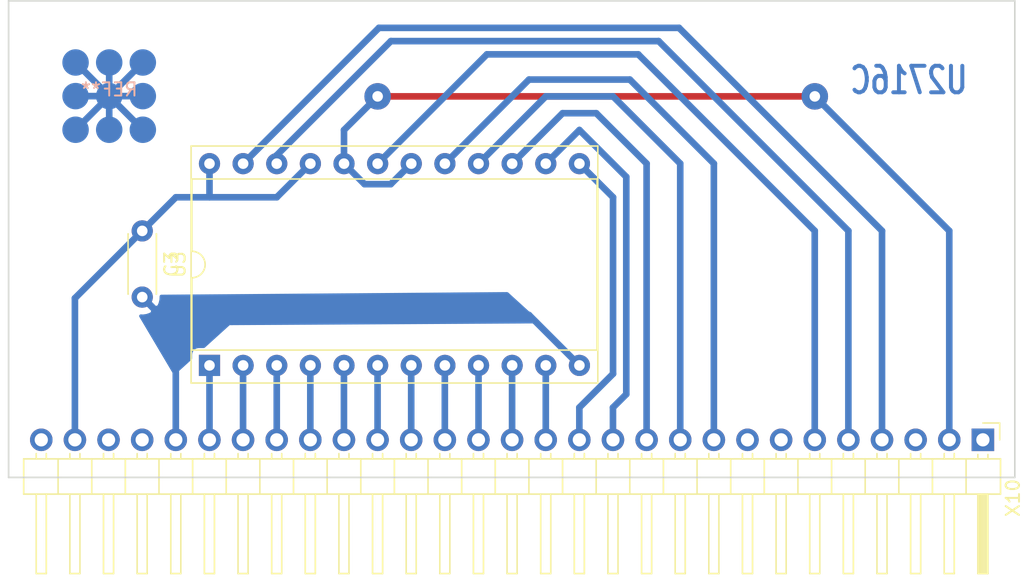
<source format=kicad_pcb>
(kicad_pcb (version 20171130) (host pcbnew 5.1.10)

  (general
    (thickness 1.6)
    (drawings 5)
    (tracks 77)
    (zones 0)
    (modules 4)
    (nets 30)
  )

  (page A4)
  (title_block
    (title "Speichermodul Video-RAM")
    (date 30.11.21)
    (rev 1)
    (company Jugend+Technik)
    (comment 1 Bert)
  )

  (layers
    (0 F.Cu signal)
    (31 B.Cu signal)
    (32 B.Adhes user)
    (33 F.Adhes user)
    (34 B.Paste user)
    (35 F.Paste user)
    (36 B.SilkS user)
    (37 F.SilkS user)
    (38 B.Mask user)
    (39 F.Mask user)
    (40 Dwgs.User user)
    (41 Cmts.User user)
    (42 Eco1.User user)
    (43 Eco2.User user)
    (44 Edge.Cuts user)
    (45 Margin user)
    (46 B.CrtYd user)
    (47 F.CrtYd user)
    (48 B.Fab user)
    (49 F.Fab user)
  )

  (setup
    (last_trace_width 0.5)
    (trace_clearance 0.5)
    (zone_clearance 0.508)
    (zone_45_only no)
    (trace_min 0.2)
    (via_size 2)
    (via_drill 0.8)
    (via_min_size 0.4)
    (via_min_drill 0.3)
    (uvia_size 0.3)
    (uvia_drill 0.1)
    (uvias_allowed no)
    (uvia_min_size 0.2)
    (uvia_min_drill 0.1)
    (edge_width 0.12)
    (segment_width 0.12)
    (pcb_text_width 0.3)
    (pcb_text_size 1.5 1.5)
    (mod_edge_width 0.12)
    (mod_text_size 1 1)
    (mod_text_width 0.15)
    (pad_size 1.524 1.524)
    (pad_drill 0.762)
    (pad_to_mask_clearance 0)
    (aux_axis_origin 0 0)
    (visible_elements FFFFFF7F)
    (pcbplotparams
      (layerselection 0x01000_fffffffe)
      (usegerberextensions false)
      (usegerberattributes true)
      (usegerberadvancedattributes true)
      (creategerberjobfile false)
      (excludeedgelayer true)
      (linewidth 0.100000)
      (plotframeref false)
      (viasonmask false)
      (mode 1)
      (useauxorigin false)
      (hpglpennumber 1)
      (hpglpenspeed 20)
      (hpglpendiameter 15.000000)
      (psnegative false)
      (psa4output false)
      (plotreference true)
      (plotvalue true)
      (plotinvisibletext false)
      (padsonsilk false)
      (subtractmaskfromsilk false)
      (outputformat 1)
      (mirror false)
      (drillshape 0)
      (scaleselection 1)
      (outputdirectory "output_gerber"))
  )

  (net 0 "")
  (net 1 GND)
  (net 2 +5P)
  (net 3 /A8)
  (net 4 /D2)
  (net 5 /A9)
  (net 6 /D1)
  (net 7 /D0)
  (net 8 /A0)
  (net 9 /A10)
  (net 10 /A1)
  (net 11 /A2)
  (net 12 /D7)
  (net 13 /A3)
  (net 14 /D6)
  (net 15 /A4)
  (net 16 /D5)
  (net 17 /A5)
  (net 18 /D4)
  (net 19 /A6)
  (net 20 /D3)
  (net 21 /A7)
  (net 22 "Net-(X10-Pad29)")
  (net 23 /~CSB)
  (net 24 "Net-(X10-Pad27)")
  (net 25 "Net-(X10-Pad26)")
  (net 26 "Net-(X10-Pad8)")
  (net 27 "Net-(X10-Pad7)")
  (net 28 "Net-(X10-Pad3)")
  (net 29 "Net-(X10-Pad1)")

  (net_class Default "Dies ist die voreingestellte Netzklasse."
    (clearance 0.5)
    (trace_width 0.5)
    (via_dia 2)
    (via_drill 0.8)
    (uvia_dia 0.3)
    (uvia_drill 0.1)
    (add_net +5P)
    (add_net /A0)
    (add_net /A1)
    (add_net /A10)
    (add_net /A2)
    (add_net /A3)
    (add_net /A4)
    (add_net /A5)
    (add_net /A6)
    (add_net /A7)
    (add_net /A8)
    (add_net /A9)
    (add_net /D0)
    (add_net /D1)
    (add_net /D2)
    (add_net /D3)
    (add_net /D4)
    (add_net /D5)
    (add_net /D6)
    (add_net /D7)
    (add_net /~CSB)
    (add_net GND)
    (add_net "Net-(X10-Pad1)")
    (add_net "Net-(X10-Pad26)")
    (add_net "Net-(X10-Pad27)")
    (add_net "Net-(X10-Pad29)")
    (add_net "Net-(X10-Pad3)")
    (add_net "Net-(X10-Pad7)")
    (add_net "Net-(X10-Pad8)")
  )

  (module Package_DIP:DIP-24_W15.24mm_Socket (layer F.Cu) (tedit 5A02E8C5) (tstamp 61AB1D60)
    (at 130.175 129.54 90)
    (descr "24-lead though-hole mounted DIP package, row spacing 15.24 mm (600 mils), Socket")
    (tags "THT DIP DIL PDIP 2.54mm 15.24mm 600mil Socket")
    (path /61AB7E37)
    (fp_text reference U3 (at 7.62 -2.33 90) (layer F.SilkS)
      (effects (font (size 1 1) (thickness 0.15)))
    )
    (fp_text value U2716 (at 7.62 30.27 90) (layer F.Fab)
      (effects (font (size 1 1) (thickness 0.15)))
    )
    (fp_line (start 16.8 -1.6) (end -1.55 -1.6) (layer F.CrtYd) (width 0.05))
    (fp_line (start 16.8 29.55) (end 16.8 -1.6) (layer F.CrtYd) (width 0.05))
    (fp_line (start -1.55 29.55) (end 16.8 29.55) (layer F.CrtYd) (width 0.05))
    (fp_line (start -1.55 -1.6) (end -1.55 29.55) (layer F.CrtYd) (width 0.05))
    (fp_line (start 16.57 -1.39) (end -1.33 -1.39) (layer F.SilkS) (width 0.12))
    (fp_line (start 16.57 29.33) (end 16.57 -1.39) (layer F.SilkS) (width 0.12))
    (fp_line (start -1.33 29.33) (end 16.57 29.33) (layer F.SilkS) (width 0.12))
    (fp_line (start -1.33 -1.39) (end -1.33 29.33) (layer F.SilkS) (width 0.12))
    (fp_line (start 14.08 -1.33) (end 8.62 -1.33) (layer F.SilkS) (width 0.12))
    (fp_line (start 14.08 29.27) (end 14.08 -1.33) (layer F.SilkS) (width 0.12))
    (fp_line (start 1.16 29.27) (end 14.08 29.27) (layer F.SilkS) (width 0.12))
    (fp_line (start 1.16 -1.33) (end 1.16 29.27) (layer F.SilkS) (width 0.12))
    (fp_line (start 6.62 -1.33) (end 1.16 -1.33) (layer F.SilkS) (width 0.12))
    (fp_line (start 16.51 -1.33) (end -1.27 -1.33) (layer F.Fab) (width 0.1))
    (fp_line (start 16.51 29.27) (end 16.51 -1.33) (layer F.Fab) (width 0.1))
    (fp_line (start -1.27 29.27) (end 16.51 29.27) (layer F.Fab) (width 0.1))
    (fp_line (start -1.27 -1.33) (end -1.27 29.27) (layer F.Fab) (width 0.1))
    (fp_line (start 0.255 -0.27) (end 1.255 -1.27) (layer F.Fab) (width 0.1))
    (fp_line (start 0.255 29.21) (end 0.255 -0.27) (layer F.Fab) (width 0.1))
    (fp_line (start 14.985 29.21) (end 0.255 29.21) (layer F.Fab) (width 0.1))
    (fp_line (start 14.985 -1.27) (end 14.985 29.21) (layer F.Fab) (width 0.1))
    (fp_line (start 1.255 -1.27) (end 14.985 -1.27) (layer F.Fab) (width 0.1))
    (fp_text user %R (at 7.62 13.97 90) (layer F.Fab)
      (effects (font (size 1 1) (thickness 0.15)))
    )
    (fp_arc (start 7.62 -1.33) (end 6.62 -1.33) (angle -180) (layer F.SilkS) (width 0.12))
    (pad 24 thru_hole oval (at 15.24 0 90) (size 1.6 1.6) (drill 0.8) (layers *.Cu *.Mask)
      (net 2 +5P))
    (pad 12 thru_hole oval (at 0 27.94 90) (size 1.6 1.6) (drill 0.8) (layers *.Cu *.Mask)
      (net 1 GND))
    (pad 23 thru_hole oval (at 15.24 2.54 90) (size 1.6 1.6) (drill 0.8) (layers *.Cu *.Mask)
      (net 3 /A8))
    (pad 11 thru_hole oval (at 0 25.4 90) (size 1.6 1.6) (drill 0.8) (layers *.Cu *.Mask)
      (net 4 /D2))
    (pad 22 thru_hole oval (at 15.24 5.08 90) (size 1.6 1.6) (drill 0.8) (layers *.Cu *.Mask)
      (net 5 /A9))
    (pad 10 thru_hole oval (at 0 22.86 90) (size 1.6 1.6) (drill 0.8) (layers *.Cu *.Mask)
      (net 6 /D1))
    (pad 21 thru_hole oval (at 15.24 7.62 90) (size 1.6 1.6) (drill 0.8) (layers *.Cu *.Mask)
      (net 2 +5P))
    (pad 9 thru_hole oval (at 0 20.32 90) (size 1.6 1.6) (drill 0.8) (layers *.Cu *.Mask)
      (net 7 /D0))
    (pad 20 thru_hole oval (at 15.24 10.16 90) (size 1.6 1.6) (drill 0.8) (layers *.Cu *.Mask)
      (net 23 /~CSB))
    (pad 8 thru_hole oval (at 0 17.78 90) (size 1.6 1.6) (drill 0.8) (layers *.Cu *.Mask)
      (net 8 /A0))
    (pad 19 thru_hole oval (at 15.24 12.7 90) (size 1.6 1.6) (drill 0.8) (layers *.Cu *.Mask)
      (net 9 /A10))
    (pad 7 thru_hole oval (at 0 15.24 90) (size 1.6 1.6) (drill 0.8) (layers *.Cu *.Mask)
      (net 10 /A1))
    (pad 18 thru_hole oval (at 15.24 15.24 90) (size 1.6 1.6) (drill 0.8) (layers *.Cu *.Mask)
      (net 23 /~CSB))
    (pad 6 thru_hole oval (at 0 12.7 90) (size 1.6 1.6) (drill 0.8) (layers *.Cu *.Mask)
      (net 11 /A2))
    (pad 17 thru_hole oval (at 15.24 17.78 90) (size 1.6 1.6) (drill 0.8) (layers *.Cu *.Mask)
      (net 12 /D7))
    (pad 5 thru_hole oval (at 0 10.16 90) (size 1.6 1.6) (drill 0.8) (layers *.Cu *.Mask)
      (net 13 /A3))
    (pad 16 thru_hole oval (at 15.24 20.32 90) (size 1.6 1.6) (drill 0.8) (layers *.Cu *.Mask)
      (net 14 /D6))
    (pad 4 thru_hole oval (at 0 7.62 90) (size 1.6 1.6) (drill 0.8) (layers *.Cu *.Mask)
      (net 15 /A4))
    (pad 15 thru_hole oval (at 15.24 22.86 90) (size 1.6 1.6) (drill 0.8) (layers *.Cu *.Mask)
      (net 16 /D5))
    (pad 3 thru_hole oval (at 0 5.08 90) (size 1.6 1.6) (drill 0.8) (layers *.Cu *.Mask)
      (net 17 /A5))
    (pad 14 thru_hole oval (at 15.24 25.4 90) (size 1.6 1.6) (drill 0.8) (layers *.Cu *.Mask)
      (net 18 /D4))
    (pad 2 thru_hole oval (at 0 2.54 90) (size 1.6 1.6) (drill 0.8) (layers *.Cu *.Mask)
      (net 19 /A6))
    (pad 13 thru_hole oval (at 15.24 27.94 90) (size 1.6 1.6) (drill 0.8) (layers *.Cu *.Mask)
      (net 20 /D3))
    (pad 1 thru_hole rect (at 0 0 90) (size 1.6 1.6) (drill 0.8) (layers *.Cu *.Mask)
      (net 21 /A7))
    (model ${KISYS3DMOD}/Package_DIP.3dshapes/DIP-24_W15.24mm_Socket.wrl
      (at (xyz 0 0 0))
      (scale (xyz 1 1 1))
      (rotate (xyz 0 0 0))
    )
  )

  (module Tiny2k_Bauteile:jute_pcb_logo (layer B.Cu) (tedit 61A4582B) (tstamp 61A69D50)
    (at 122.6 109.2)
    (fp_text reference REF** (at 0 -0.5) (layer B.SilkS)
      (effects (font (size 1 1) (thickness 0.15)) (justify mirror))
    )
    (fp_text value jute_pcb_logo (at 0 0.5) (layer B.Fab)
      (effects (font (size 1 1) (thickness 0.15)) (justify mirror))
    )
    (pad 2 smd rect (at 0 0 225) (size 0.5 7) (layers B.Cu B.Paste B.Mask))
    (pad 2 smd rect (at 0 0 315) (size 0.5 7) (layers B.Cu B.Paste B.Mask))
    (pad 2 smd rect (at 0 0 270) (size 0.5 5.08) (layers B.Cu B.Paste B.Mask))
    (pad 2 smd rect (at 0 0) (size 0.5 5.08) (layers B.Cu B.Paste B.Mask))
    (pad 1 smd circle (at -2.54 0) (size 2 2) (layers B.Cu B.Paste B.Mask))
    (pad 1 smd circle (at -2.54 -2.54) (size 2 2) (layers B.Cu B.Paste B.Mask))
    (pad 1 smd circle (at 0 -2.54) (size 2 2) (layers B.Cu B.Paste B.Mask))
    (pad 1 smd circle (at 2.54 -2.54) (size 2 2) (layers B.Cu B.Paste B.Mask))
    (pad 1 smd circle (at 2.54 0) (size 2 2) (layers B.Cu B.Paste B.Mask))
    (pad 1 smd circle (at 2.54 2.54) (size 2 2) (layers B.Cu B.Paste B.Mask))
    (pad 1 smd circle (at 0 2.54) (size 2 2) (layers B.Cu B.Paste B.Mask))
    (pad 1 smd circle (at -2.54 2.54) (size 2 2) (layers B.Cu B.Paste B.Mask))
    (pad 1 smd circle (at 0 0) (size 2 2) (layers B.Cu B.Paste B.Mask))
  )

  (module Capacitor_THT:C_Disc_D4.3mm_W1.9mm_P5.00mm (layer F.Cu) (tedit 5AE50EF0) (tstamp 61AB8FC7)
    (at 125.095 119.38 270)
    (descr "C, Disc series, Radial, pin pitch=5.00mm, , diameter*width=4.3*1.9mm^2, Capacitor, http://www.vishay.com/docs/45233/krseries.pdf")
    (tags "C Disc series Radial pin pitch 5.00mm  diameter 4.3mm width 1.9mm Capacitor")
    (path /61A96E83)
    (fp_text reference C3 (at 2.5 -2.2 90) (layer F.SilkS)
      (effects (font (size 1 1) (thickness 0.15)))
    )
    (fp_text value 22nF (at 2.5 2.2 90) (layer F.Fab)
      (effects (font (size 1 1) (thickness 0.15)))
    )
    (fp_line (start 6.05 -1.2) (end -1.05 -1.2) (layer F.CrtYd) (width 0.05))
    (fp_line (start 6.05 1.2) (end 6.05 -1.2) (layer F.CrtYd) (width 0.05))
    (fp_line (start -1.05 1.2) (end 6.05 1.2) (layer F.CrtYd) (width 0.05))
    (fp_line (start -1.05 -1.2) (end -1.05 1.2) (layer F.CrtYd) (width 0.05))
    (fp_line (start 4.77 1.055) (end 4.77 1.07) (layer F.SilkS) (width 0.12))
    (fp_line (start 4.77 -1.07) (end 4.77 -1.055) (layer F.SilkS) (width 0.12))
    (fp_line (start 0.23 1.055) (end 0.23 1.07) (layer F.SilkS) (width 0.12))
    (fp_line (start 0.23 -1.07) (end 0.23 -1.055) (layer F.SilkS) (width 0.12))
    (fp_line (start 0.23 1.07) (end 4.77 1.07) (layer F.SilkS) (width 0.12))
    (fp_line (start 0.23 -1.07) (end 4.77 -1.07) (layer F.SilkS) (width 0.12))
    (fp_line (start 4.65 -0.95) (end 0.35 -0.95) (layer F.Fab) (width 0.1))
    (fp_line (start 4.65 0.95) (end 4.65 -0.95) (layer F.Fab) (width 0.1))
    (fp_line (start 0.35 0.95) (end 4.65 0.95) (layer F.Fab) (width 0.1))
    (fp_line (start 0.35 -0.95) (end 0.35 0.95) (layer F.Fab) (width 0.1))
    (fp_text user %R (at 2.5 0 90) (layer F.Fab)
      (effects (font (size 0.86 0.86) (thickness 0.129)))
    )
    (pad 2 thru_hole circle (at 5 0 270) (size 1.6 1.6) (drill 0.8) (layers *.Cu *.Mask)
      (net 1 GND))
    (pad 1 thru_hole circle (at 0 0 270) (size 1.6 1.6) (drill 0.8) (layers *.Cu *.Mask)
      (net 2 +5P))
    (model ${KISYS3DMOD}/Capacitor_THT.3dshapes/C_Disc_D4.3mm_W1.9mm_P5.00mm.wrl
      (at (xyz 0 0 0))
      (scale (xyz 1 1 1))
      (rotate (xyz 0 0 0))
    )
  )

  (module Connector_PinHeader_2.54mm:PinHeader_1x29_P2.54mm_Horizontal (layer F.Cu) (tedit 59FED5CB) (tstamp 61A57BA9)
    (at 188.59 135.16 270)
    (descr "Through hole angled pin header, 1x29, 2.54mm pitch, 6mm pin length, single row")
    (tags "Through hole angled pin header THT 1x29 2.54mm single row")
    (path /61413EF1)
    (fp_text reference X10 (at 4.385 -2.27 90) (layer F.SilkS)
      (effects (font (size 1 1) (thickness 0.15)))
    )
    (fp_text value Sp.-Modul (at 4.385 73.39 90) (layer F.Fab)
      (effects (font (size 1 1) (thickness 0.15)))
    )
    (fp_line (start 2.135 -1.27) (end 4.04 -1.27) (layer F.Fab) (width 0.1))
    (fp_line (start 4.04 -1.27) (end 4.04 72.39) (layer F.Fab) (width 0.1))
    (fp_line (start 4.04 72.39) (end 1.5 72.39) (layer F.Fab) (width 0.1))
    (fp_line (start 1.5 72.39) (end 1.5 -0.635) (layer F.Fab) (width 0.1))
    (fp_line (start 1.5 -0.635) (end 2.135 -1.27) (layer F.Fab) (width 0.1))
    (fp_line (start -0.32 -0.32) (end 1.5 -0.32) (layer F.Fab) (width 0.1))
    (fp_line (start -0.32 -0.32) (end -0.32 0.32) (layer F.Fab) (width 0.1))
    (fp_line (start -0.32 0.32) (end 1.5 0.32) (layer F.Fab) (width 0.1))
    (fp_line (start 4.04 -0.32) (end 10.04 -0.32) (layer F.Fab) (width 0.1))
    (fp_line (start 10.04 -0.32) (end 10.04 0.32) (layer F.Fab) (width 0.1))
    (fp_line (start 4.04 0.32) (end 10.04 0.32) (layer F.Fab) (width 0.1))
    (fp_line (start -0.32 2.22) (end 1.5 2.22) (layer F.Fab) (width 0.1))
    (fp_line (start -0.32 2.22) (end -0.32 2.86) (layer F.Fab) (width 0.1))
    (fp_line (start -0.32 2.86) (end 1.5 2.86) (layer F.Fab) (width 0.1))
    (fp_line (start 4.04 2.22) (end 10.04 2.22) (layer F.Fab) (width 0.1))
    (fp_line (start 10.04 2.22) (end 10.04 2.86) (layer F.Fab) (width 0.1))
    (fp_line (start 4.04 2.86) (end 10.04 2.86) (layer F.Fab) (width 0.1))
    (fp_line (start -0.32 4.76) (end 1.5 4.76) (layer F.Fab) (width 0.1))
    (fp_line (start -0.32 4.76) (end -0.32 5.4) (layer F.Fab) (width 0.1))
    (fp_line (start -0.32 5.4) (end 1.5 5.4) (layer F.Fab) (width 0.1))
    (fp_line (start 4.04 4.76) (end 10.04 4.76) (layer F.Fab) (width 0.1))
    (fp_line (start 10.04 4.76) (end 10.04 5.4) (layer F.Fab) (width 0.1))
    (fp_line (start 4.04 5.4) (end 10.04 5.4) (layer F.Fab) (width 0.1))
    (fp_line (start -0.32 7.3) (end 1.5 7.3) (layer F.Fab) (width 0.1))
    (fp_line (start -0.32 7.3) (end -0.32 7.94) (layer F.Fab) (width 0.1))
    (fp_line (start -0.32 7.94) (end 1.5 7.94) (layer F.Fab) (width 0.1))
    (fp_line (start 4.04 7.3) (end 10.04 7.3) (layer F.Fab) (width 0.1))
    (fp_line (start 10.04 7.3) (end 10.04 7.94) (layer F.Fab) (width 0.1))
    (fp_line (start 4.04 7.94) (end 10.04 7.94) (layer F.Fab) (width 0.1))
    (fp_line (start -0.32 9.84) (end 1.5 9.84) (layer F.Fab) (width 0.1))
    (fp_line (start -0.32 9.84) (end -0.32 10.48) (layer F.Fab) (width 0.1))
    (fp_line (start -0.32 10.48) (end 1.5 10.48) (layer F.Fab) (width 0.1))
    (fp_line (start 4.04 9.84) (end 10.04 9.84) (layer F.Fab) (width 0.1))
    (fp_line (start 10.04 9.84) (end 10.04 10.48) (layer F.Fab) (width 0.1))
    (fp_line (start 4.04 10.48) (end 10.04 10.48) (layer F.Fab) (width 0.1))
    (fp_line (start -0.32 12.38) (end 1.5 12.38) (layer F.Fab) (width 0.1))
    (fp_line (start -0.32 12.38) (end -0.32 13.02) (layer F.Fab) (width 0.1))
    (fp_line (start -0.32 13.02) (end 1.5 13.02) (layer F.Fab) (width 0.1))
    (fp_line (start 4.04 12.38) (end 10.04 12.38) (layer F.Fab) (width 0.1))
    (fp_line (start 10.04 12.38) (end 10.04 13.02) (layer F.Fab) (width 0.1))
    (fp_line (start 4.04 13.02) (end 10.04 13.02) (layer F.Fab) (width 0.1))
    (fp_line (start -0.32 14.92) (end 1.5 14.92) (layer F.Fab) (width 0.1))
    (fp_line (start -0.32 14.92) (end -0.32 15.56) (layer F.Fab) (width 0.1))
    (fp_line (start -0.32 15.56) (end 1.5 15.56) (layer F.Fab) (width 0.1))
    (fp_line (start 4.04 14.92) (end 10.04 14.92) (layer F.Fab) (width 0.1))
    (fp_line (start 10.04 14.92) (end 10.04 15.56) (layer F.Fab) (width 0.1))
    (fp_line (start 4.04 15.56) (end 10.04 15.56) (layer F.Fab) (width 0.1))
    (fp_line (start -0.32 17.46) (end 1.5 17.46) (layer F.Fab) (width 0.1))
    (fp_line (start -0.32 17.46) (end -0.32 18.1) (layer F.Fab) (width 0.1))
    (fp_line (start -0.32 18.1) (end 1.5 18.1) (layer F.Fab) (width 0.1))
    (fp_line (start 4.04 17.46) (end 10.04 17.46) (layer F.Fab) (width 0.1))
    (fp_line (start 10.04 17.46) (end 10.04 18.1) (layer F.Fab) (width 0.1))
    (fp_line (start 4.04 18.1) (end 10.04 18.1) (layer F.Fab) (width 0.1))
    (fp_line (start -0.32 20) (end 1.5 20) (layer F.Fab) (width 0.1))
    (fp_line (start -0.32 20) (end -0.32 20.64) (layer F.Fab) (width 0.1))
    (fp_line (start -0.32 20.64) (end 1.5 20.64) (layer F.Fab) (width 0.1))
    (fp_line (start 4.04 20) (end 10.04 20) (layer F.Fab) (width 0.1))
    (fp_line (start 10.04 20) (end 10.04 20.64) (layer F.Fab) (width 0.1))
    (fp_line (start 4.04 20.64) (end 10.04 20.64) (layer F.Fab) (width 0.1))
    (fp_line (start -0.32 22.54) (end 1.5 22.54) (layer F.Fab) (width 0.1))
    (fp_line (start -0.32 22.54) (end -0.32 23.18) (layer F.Fab) (width 0.1))
    (fp_line (start -0.32 23.18) (end 1.5 23.18) (layer F.Fab) (width 0.1))
    (fp_line (start 4.04 22.54) (end 10.04 22.54) (layer F.Fab) (width 0.1))
    (fp_line (start 10.04 22.54) (end 10.04 23.18) (layer F.Fab) (width 0.1))
    (fp_line (start 4.04 23.18) (end 10.04 23.18) (layer F.Fab) (width 0.1))
    (fp_line (start -0.32 25.08) (end 1.5 25.08) (layer F.Fab) (width 0.1))
    (fp_line (start -0.32 25.08) (end -0.32 25.72) (layer F.Fab) (width 0.1))
    (fp_line (start -0.32 25.72) (end 1.5 25.72) (layer F.Fab) (width 0.1))
    (fp_line (start 4.04 25.08) (end 10.04 25.08) (layer F.Fab) (width 0.1))
    (fp_line (start 10.04 25.08) (end 10.04 25.72) (layer F.Fab) (width 0.1))
    (fp_line (start 4.04 25.72) (end 10.04 25.72) (layer F.Fab) (width 0.1))
    (fp_line (start -0.32 27.62) (end 1.5 27.62) (layer F.Fab) (width 0.1))
    (fp_line (start -0.32 27.62) (end -0.32 28.26) (layer F.Fab) (width 0.1))
    (fp_line (start -0.32 28.26) (end 1.5 28.26) (layer F.Fab) (width 0.1))
    (fp_line (start 4.04 27.62) (end 10.04 27.62) (layer F.Fab) (width 0.1))
    (fp_line (start 10.04 27.62) (end 10.04 28.26) (layer F.Fab) (width 0.1))
    (fp_line (start 4.04 28.26) (end 10.04 28.26) (layer F.Fab) (width 0.1))
    (fp_line (start -0.32 30.16) (end 1.5 30.16) (layer F.Fab) (width 0.1))
    (fp_line (start -0.32 30.16) (end -0.32 30.8) (layer F.Fab) (width 0.1))
    (fp_line (start -0.32 30.8) (end 1.5 30.8) (layer F.Fab) (width 0.1))
    (fp_line (start 4.04 30.16) (end 10.04 30.16) (layer F.Fab) (width 0.1))
    (fp_line (start 10.04 30.16) (end 10.04 30.8) (layer F.Fab) (width 0.1))
    (fp_line (start 4.04 30.8) (end 10.04 30.8) (layer F.Fab) (width 0.1))
    (fp_line (start -0.32 32.7) (end 1.5 32.7) (layer F.Fab) (width 0.1))
    (fp_line (start -0.32 32.7) (end -0.32 33.34) (layer F.Fab) (width 0.1))
    (fp_line (start -0.32 33.34) (end 1.5 33.34) (layer F.Fab) (width 0.1))
    (fp_line (start 4.04 32.7) (end 10.04 32.7) (layer F.Fab) (width 0.1))
    (fp_line (start 10.04 32.7) (end 10.04 33.34) (layer F.Fab) (width 0.1))
    (fp_line (start 4.04 33.34) (end 10.04 33.34) (layer F.Fab) (width 0.1))
    (fp_line (start -0.32 35.24) (end 1.5 35.24) (layer F.Fab) (width 0.1))
    (fp_line (start -0.32 35.24) (end -0.32 35.88) (layer F.Fab) (width 0.1))
    (fp_line (start -0.32 35.88) (end 1.5 35.88) (layer F.Fab) (width 0.1))
    (fp_line (start 4.04 35.24) (end 10.04 35.24) (layer F.Fab) (width 0.1))
    (fp_line (start 10.04 35.24) (end 10.04 35.88) (layer F.Fab) (width 0.1))
    (fp_line (start 4.04 35.88) (end 10.04 35.88) (layer F.Fab) (width 0.1))
    (fp_line (start -0.32 37.78) (end 1.5 37.78) (layer F.Fab) (width 0.1))
    (fp_line (start -0.32 37.78) (end -0.32 38.42) (layer F.Fab) (width 0.1))
    (fp_line (start -0.32 38.42) (end 1.5 38.42) (layer F.Fab) (width 0.1))
    (fp_line (start 4.04 37.78) (end 10.04 37.78) (layer F.Fab) (width 0.1))
    (fp_line (start 10.04 37.78) (end 10.04 38.42) (layer F.Fab) (width 0.1))
    (fp_line (start 4.04 38.42) (end 10.04 38.42) (layer F.Fab) (width 0.1))
    (fp_line (start -0.32 40.32) (end 1.5 40.32) (layer F.Fab) (width 0.1))
    (fp_line (start -0.32 40.32) (end -0.32 40.96) (layer F.Fab) (width 0.1))
    (fp_line (start -0.32 40.96) (end 1.5 40.96) (layer F.Fab) (width 0.1))
    (fp_line (start 4.04 40.32) (end 10.04 40.32) (layer F.Fab) (width 0.1))
    (fp_line (start 10.04 40.32) (end 10.04 40.96) (layer F.Fab) (width 0.1))
    (fp_line (start 4.04 40.96) (end 10.04 40.96) (layer F.Fab) (width 0.1))
    (fp_line (start -0.32 42.86) (end 1.5 42.86) (layer F.Fab) (width 0.1))
    (fp_line (start -0.32 42.86) (end -0.32 43.5) (layer F.Fab) (width 0.1))
    (fp_line (start -0.32 43.5) (end 1.5 43.5) (layer F.Fab) (width 0.1))
    (fp_line (start 4.04 42.86) (end 10.04 42.86) (layer F.Fab) (width 0.1))
    (fp_line (start 10.04 42.86) (end 10.04 43.5) (layer F.Fab) (width 0.1))
    (fp_line (start 4.04 43.5) (end 10.04 43.5) (layer F.Fab) (width 0.1))
    (fp_line (start -0.32 45.4) (end 1.5 45.4) (layer F.Fab) (width 0.1))
    (fp_line (start -0.32 45.4) (end -0.32 46.04) (layer F.Fab) (width 0.1))
    (fp_line (start -0.32 46.04) (end 1.5 46.04) (layer F.Fab) (width 0.1))
    (fp_line (start 4.04 45.4) (end 10.04 45.4) (layer F.Fab) (width 0.1))
    (fp_line (start 10.04 45.4) (end 10.04 46.04) (layer F.Fab) (width 0.1))
    (fp_line (start 4.04 46.04) (end 10.04 46.04) (layer F.Fab) (width 0.1))
    (fp_line (start -0.32 47.94) (end 1.5 47.94) (layer F.Fab) (width 0.1))
    (fp_line (start -0.32 47.94) (end -0.32 48.58) (layer F.Fab) (width 0.1))
    (fp_line (start -0.32 48.58) (end 1.5 48.58) (layer F.Fab) (width 0.1))
    (fp_line (start 4.04 47.94) (end 10.04 47.94) (layer F.Fab) (width 0.1))
    (fp_line (start 10.04 47.94) (end 10.04 48.58) (layer F.Fab) (width 0.1))
    (fp_line (start 4.04 48.58) (end 10.04 48.58) (layer F.Fab) (width 0.1))
    (fp_line (start -0.32 50.48) (end 1.5 50.48) (layer F.Fab) (width 0.1))
    (fp_line (start -0.32 50.48) (end -0.32 51.12) (layer F.Fab) (width 0.1))
    (fp_line (start -0.32 51.12) (end 1.5 51.12) (layer F.Fab) (width 0.1))
    (fp_line (start 4.04 50.48) (end 10.04 50.48) (layer F.Fab) (width 0.1))
    (fp_line (start 10.04 50.48) (end 10.04 51.12) (layer F.Fab) (width 0.1))
    (fp_line (start 4.04 51.12) (end 10.04 51.12) (layer F.Fab) (width 0.1))
    (fp_line (start -0.32 53.02) (end 1.5 53.02) (layer F.Fab) (width 0.1))
    (fp_line (start -0.32 53.02) (end -0.32 53.66) (layer F.Fab) (width 0.1))
    (fp_line (start -0.32 53.66) (end 1.5 53.66) (layer F.Fab) (width 0.1))
    (fp_line (start 4.04 53.02) (end 10.04 53.02) (layer F.Fab) (width 0.1))
    (fp_line (start 10.04 53.02) (end 10.04 53.66) (layer F.Fab) (width 0.1))
    (fp_line (start 4.04 53.66) (end 10.04 53.66) (layer F.Fab) (width 0.1))
    (fp_line (start -0.32 55.56) (end 1.5 55.56) (layer F.Fab) (width 0.1))
    (fp_line (start -0.32 55.56) (end -0.32 56.2) (layer F.Fab) (width 0.1))
    (fp_line (start -0.32 56.2) (end 1.5 56.2) (layer F.Fab) (width 0.1))
    (fp_line (start 4.04 55.56) (end 10.04 55.56) (layer F.Fab) (width 0.1))
    (fp_line (start 10.04 55.56) (end 10.04 56.2) (layer F.Fab) (width 0.1))
    (fp_line (start 4.04 56.2) (end 10.04 56.2) (layer F.Fab) (width 0.1))
    (fp_line (start -0.32 58.1) (end 1.5 58.1) (layer F.Fab) (width 0.1))
    (fp_line (start -0.32 58.1) (end -0.32 58.74) (layer F.Fab) (width 0.1))
    (fp_line (start -0.32 58.74) (end 1.5 58.74) (layer F.Fab) (width 0.1))
    (fp_line (start 4.04 58.1) (end 10.04 58.1) (layer F.Fab) (width 0.1))
    (fp_line (start 10.04 58.1) (end 10.04 58.74) (layer F.Fab) (width 0.1))
    (fp_line (start 4.04 58.74) (end 10.04 58.74) (layer F.Fab) (width 0.1))
    (fp_line (start -0.32 60.64) (end 1.5 60.64) (layer F.Fab) (width 0.1))
    (fp_line (start -0.32 60.64) (end -0.32 61.28) (layer F.Fab) (width 0.1))
    (fp_line (start -0.32 61.28) (end 1.5 61.28) (layer F.Fab) (width 0.1))
    (fp_line (start 4.04 60.64) (end 10.04 60.64) (layer F.Fab) (width 0.1))
    (fp_line (start 10.04 60.64) (end 10.04 61.28) (layer F.Fab) (width 0.1))
    (fp_line (start 4.04 61.28) (end 10.04 61.28) (layer F.Fab) (width 0.1))
    (fp_line (start -0.32 63.18) (end 1.5 63.18) (layer F.Fab) (width 0.1))
    (fp_line (start -0.32 63.18) (end -0.32 63.82) (layer F.Fab) (width 0.1))
    (fp_line (start -0.32 63.82) (end 1.5 63.82) (layer F.Fab) (width 0.1))
    (fp_line (start 4.04 63.18) (end 10.04 63.18) (layer F.Fab) (width 0.1))
    (fp_line (start 10.04 63.18) (end 10.04 63.82) (layer F.Fab) (width 0.1))
    (fp_line (start 4.04 63.82) (end 10.04 63.82) (layer F.Fab) (width 0.1))
    (fp_line (start -0.32 65.72) (end 1.5 65.72) (layer F.Fab) (width 0.1))
    (fp_line (start -0.32 65.72) (end -0.32 66.36) (layer F.Fab) (width 0.1))
    (fp_line (start -0.32 66.36) (end 1.5 66.36) (layer F.Fab) (width 0.1))
    (fp_line (start 4.04 65.72) (end 10.04 65.72) (layer F.Fab) (width 0.1))
    (fp_line (start 10.04 65.72) (end 10.04 66.36) (layer F.Fab) (width 0.1))
    (fp_line (start 4.04 66.36) (end 10.04 66.36) (layer F.Fab) (width 0.1))
    (fp_line (start -0.32 68.26) (end 1.5 68.26) (layer F.Fab) (width 0.1))
    (fp_line (start -0.32 68.26) (end -0.32 68.9) (layer F.Fab) (width 0.1))
    (fp_line (start -0.32 68.9) (end 1.5 68.9) (layer F.Fab) (width 0.1))
    (fp_line (start 4.04 68.26) (end 10.04 68.26) (layer F.Fab) (width 0.1))
    (fp_line (start 10.04 68.26) (end 10.04 68.9) (layer F.Fab) (width 0.1))
    (fp_line (start 4.04 68.9) (end 10.04 68.9) (layer F.Fab) (width 0.1))
    (fp_line (start -0.32 70.8) (end 1.5 70.8) (layer F.Fab) (width 0.1))
    (fp_line (start -0.32 70.8) (end -0.32 71.44) (layer F.Fab) (width 0.1))
    (fp_line (start -0.32 71.44) (end 1.5 71.44) (layer F.Fab) (width 0.1))
    (fp_line (start 4.04 70.8) (end 10.04 70.8) (layer F.Fab) (width 0.1))
    (fp_line (start 10.04 70.8) (end 10.04 71.44) (layer F.Fab) (width 0.1))
    (fp_line (start 4.04 71.44) (end 10.04 71.44) (layer F.Fab) (width 0.1))
    (fp_line (start 1.44 -1.33) (end 1.44 72.45) (layer F.SilkS) (width 0.12))
    (fp_line (start 1.44 72.45) (end 4.1 72.45) (layer F.SilkS) (width 0.12))
    (fp_line (start 4.1 72.45) (end 4.1 -1.33) (layer F.SilkS) (width 0.12))
    (fp_line (start 4.1 -1.33) (end 1.44 -1.33) (layer F.SilkS) (width 0.12))
    (fp_line (start 4.1 -0.38) (end 10.1 -0.38) (layer F.SilkS) (width 0.12))
    (fp_line (start 10.1 -0.38) (end 10.1 0.38) (layer F.SilkS) (width 0.12))
    (fp_line (start 10.1 0.38) (end 4.1 0.38) (layer F.SilkS) (width 0.12))
    (fp_line (start 4.1 -0.32) (end 10.1 -0.32) (layer F.SilkS) (width 0.12))
    (fp_line (start 4.1 -0.2) (end 10.1 -0.2) (layer F.SilkS) (width 0.12))
    (fp_line (start 4.1 -0.08) (end 10.1 -0.08) (layer F.SilkS) (width 0.12))
    (fp_line (start 4.1 0.04) (end 10.1 0.04) (layer F.SilkS) (width 0.12))
    (fp_line (start 4.1 0.16) (end 10.1 0.16) (layer F.SilkS) (width 0.12))
    (fp_line (start 4.1 0.28) (end 10.1 0.28) (layer F.SilkS) (width 0.12))
    (fp_line (start 1.11 -0.38) (end 1.44 -0.38) (layer F.SilkS) (width 0.12))
    (fp_line (start 1.11 0.38) (end 1.44 0.38) (layer F.SilkS) (width 0.12))
    (fp_line (start 1.44 1.27) (end 4.1 1.27) (layer F.SilkS) (width 0.12))
    (fp_line (start 4.1 2.16) (end 10.1 2.16) (layer F.SilkS) (width 0.12))
    (fp_line (start 10.1 2.16) (end 10.1 2.92) (layer F.SilkS) (width 0.12))
    (fp_line (start 10.1 2.92) (end 4.1 2.92) (layer F.SilkS) (width 0.12))
    (fp_line (start 1.042929 2.16) (end 1.44 2.16) (layer F.SilkS) (width 0.12))
    (fp_line (start 1.042929 2.92) (end 1.44 2.92) (layer F.SilkS) (width 0.12))
    (fp_line (start 1.44 3.81) (end 4.1 3.81) (layer F.SilkS) (width 0.12))
    (fp_line (start 4.1 4.7) (end 10.1 4.7) (layer F.SilkS) (width 0.12))
    (fp_line (start 10.1 4.7) (end 10.1 5.46) (layer F.SilkS) (width 0.12))
    (fp_line (start 10.1 5.46) (end 4.1 5.46) (layer F.SilkS) (width 0.12))
    (fp_line (start 1.042929 4.7) (end 1.44 4.7) (layer F.SilkS) (width 0.12))
    (fp_line (start 1.042929 5.46) (end 1.44 5.46) (layer F.SilkS) (width 0.12))
    (fp_line (start 1.44 6.35) (end 4.1 6.35) (layer F.SilkS) (width 0.12))
    (fp_line (start 4.1 7.24) (end 10.1 7.24) (layer F.SilkS) (width 0.12))
    (fp_line (start 10.1 7.24) (end 10.1 8) (layer F.SilkS) (width 0.12))
    (fp_line (start 10.1 8) (end 4.1 8) (layer F.SilkS) (width 0.12))
    (fp_line (start 1.042929 7.24) (end 1.44 7.24) (layer F.SilkS) (width 0.12))
    (fp_line (start 1.042929 8) (end 1.44 8) (layer F.SilkS) (width 0.12))
    (fp_line (start 1.44 8.89) (end 4.1 8.89) (layer F.SilkS) (width 0.12))
    (fp_line (start 4.1 9.78) (end 10.1 9.78) (layer F.SilkS) (width 0.12))
    (fp_line (start 10.1 9.78) (end 10.1 10.54) (layer F.SilkS) (width 0.12))
    (fp_line (start 10.1 10.54) (end 4.1 10.54) (layer F.SilkS) (width 0.12))
    (fp_line (start 1.042929 9.78) (end 1.44 9.78) (layer F.SilkS) (width 0.12))
    (fp_line (start 1.042929 10.54) (end 1.44 10.54) (layer F.SilkS) (width 0.12))
    (fp_line (start 1.44 11.43) (end 4.1 11.43) (layer F.SilkS) (width 0.12))
    (fp_line (start 4.1 12.32) (end 10.1 12.32) (layer F.SilkS) (width 0.12))
    (fp_line (start 10.1 12.32) (end 10.1 13.08) (layer F.SilkS) (width 0.12))
    (fp_line (start 10.1 13.08) (end 4.1 13.08) (layer F.SilkS) (width 0.12))
    (fp_line (start 1.042929 12.32) (end 1.44 12.32) (layer F.SilkS) (width 0.12))
    (fp_line (start 1.042929 13.08) (end 1.44 13.08) (layer F.SilkS) (width 0.12))
    (fp_line (start 1.44 13.97) (end 4.1 13.97) (layer F.SilkS) (width 0.12))
    (fp_line (start 4.1 14.86) (end 10.1 14.86) (layer F.SilkS) (width 0.12))
    (fp_line (start 10.1 14.86) (end 10.1 15.62) (layer F.SilkS) (width 0.12))
    (fp_line (start 10.1 15.62) (end 4.1 15.62) (layer F.SilkS) (width 0.12))
    (fp_line (start 1.042929 14.86) (end 1.44 14.86) (layer F.SilkS) (width 0.12))
    (fp_line (start 1.042929 15.62) (end 1.44 15.62) (layer F.SilkS) (width 0.12))
    (fp_line (start 1.44 16.51) (end 4.1 16.51) (layer F.SilkS) (width 0.12))
    (fp_line (start 4.1 17.4) (end 10.1 17.4) (layer F.SilkS) (width 0.12))
    (fp_line (start 10.1 17.4) (end 10.1 18.16) (layer F.SilkS) (width 0.12))
    (fp_line (start 10.1 18.16) (end 4.1 18.16) (layer F.SilkS) (width 0.12))
    (fp_line (start 1.042929 17.4) (end 1.44 17.4) (layer F.SilkS) (width 0.12))
    (fp_line (start 1.042929 18.16) (end 1.44 18.16) (layer F.SilkS) (width 0.12))
    (fp_line (start 1.44 19.05) (end 4.1 19.05) (layer F.SilkS) (width 0.12))
    (fp_line (start 4.1 19.94) (end 10.1 19.94) (layer F.SilkS) (width 0.12))
    (fp_line (start 10.1 19.94) (end 10.1 20.7) (layer F.SilkS) (width 0.12))
    (fp_line (start 10.1 20.7) (end 4.1 20.7) (layer F.SilkS) (width 0.12))
    (fp_line (start 1.042929 19.94) (end 1.44 19.94) (layer F.SilkS) (width 0.12))
    (fp_line (start 1.042929 20.7) (end 1.44 20.7) (layer F.SilkS) (width 0.12))
    (fp_line (start 1.44 21.59) (end 4.1 21.59) (layer F.SilkS) (width 0.12))
    (fp_line (start 4.1 22.48) (end 10.1 22.48) (layer F.SilkS) (width 0.12))
    (fp_line (start 10.1 22.48) (end 10.1 23.24) (layer F.SilkS) (width 0.12))
    (fp_line (start 10.1 23.24) (end 4.1 23.24) (layer F.SilkS) (width 0.12))
    (fp_line (start 1.042929 22.48) (end 1.44 22.48) (layer F.SilkS) (width 0.12))
    (fp_line (start 1.042929 23.24) (end 1.44 23.24) (layer F.SilkS) (width 0.12))
    (fp_line (start 1.44 24.13) (end 4.1 24.13) (layer F.SilkS) (width 0.12))
    (fp_line (start 4.1 25.02) (end 10.1 25.02) (layer F.SilkS) (width 0.12))
    (fp_line (start 10.1 25.02) (end 10.1 25.78) (layer F.SilkS) (width 0.12))
    (fp_line (start 10.1 25.78) (end 4.1 25.78) (layer F.SilkS) (width 0.12))
    (fp_line (start 1.042929 25.02) (end 1.44 25.02) (layer F.SilkS) (width 0.12))
    (fp_line (start 1.042929 25.78) (end 1.44 25.78) (layer F.SilkS) (width 0.12))
    (fp_line (start 1.44 26.67) (end 4.1 26.67) (layer F.SilkS) (width 0.12))
    (fp_line (start 4.1 27.56) (end 10.1 27.56) (layer F.SilkS) (width 0.12))
    (fp_line (start 10.1 27.56) (end 10.1 28.32) (layer F.SilkS) (width 0.12))
    (fp_line (start 10.1 28.32) (end 4.1 28.32) (layer F.SilkS) (width 0.12))
    (fp_line (start 1.042929 27.56) (end 1.44 27.56) (layer F.SilkS) (width 0.12))
    (fp_line (start 1.042929 28.32) (end 1.44 28.32) (layer F.SilkS) (width 0.12))
    (fp_line (start 1.44 29.21) (end 4.1 29.21) (layer F.SilkS) (width 0.12))
    (fp_line (start 4.1 30.1) (end 10.1 30.1) (layer F.SilkS) (width 0.12))
    (fp_line (start 10.1 30.1) (end 10.1 30.86) (layer F.SilkS) (width 0.12))
    (fp_line (start 10.1 30.86) (end 4.1 30.86) (layer F.SilkS) (width 0.12))
    (fp_line (start 1.042929 30.1) (end 1.44 30.1) (layer F.SilkS) (width 0.12))
    (fp_line (start 1.042929 30.86) (end 1.44 30.86) (layer F.SilkS) (width 0.12))
    (fp_line (start 1.44 31.75) (end 4.1 31.75) (layer F.SilkS) (width 0.12))
    (fp_line (start 4.1 32.64) (end 10.1 32.64) (layer F.SilkS) (width 0.12))
    (fp_line (start 10.1 32.64) (end 10.1 33.4) (layer F.SilkS) (width 0.12))
    (fp_line (start 10.1 33.4) (end 4.1 33.4) (layer F.SilkS) (width 0.12))
    (fp_line (start 1.042929 32.64) (end 1.44 32.64) (layer F.SilkS) (width 0.12))
    (fp_line (start 1.042929 33.4) (end 1.44 33.4) (layer F.SilkS) (width 0.12))
    (fp_line (start 1.44 34.29) (end 4.1 34.29) (layer F.SilkS) (width 0.12))
    (fp_line (start 4.1 35.18) (end 10.1 35.18) (layer F.SilkS) (width 0.12))
    (fp_line (start 10.1 35.18) (end 10.1 35.94) (layer F.SilkS) (width 0.12))
    (fp_line (start 10.1 35.94) (end 4.1 35.94) (layer F.SilkS) (width 0.12))
    (fp_line (start 1.042929 35.18) (end 1.44 35.18) (layer F.SilkS) (width 0.12))
    (fp_line (start 1.042929 35.94) (end 1.44 35.94) (layer F.SilkS) (width 0.12))
    (fp_line (start 1.44 36.83) (end 4.1 36.83) (layer F.SilkS) (width 0.12))
    (fp_line (start 4.1 37.72) (end 10.1 37.72) (layer F.SilkS) (width 0.12))
    (fp_line (start 10.1 37.72) (end 10.1 38.48) (layer F.SilkS) (width 0.12))
    (fp_line (start 10.1 38.48) (end 4.1 38.48) (layer F.SilkS) (width 0.12))
    (fp_line (start 1.042929 37.72) (end 1.44 37.72) (layer F.SilkS) (width 0.12))
    (fp_line (start 1.042929 38.48) (end 1.44 38.48) (layer F.SilkS) (width 0.12))
    (fp_line (start 1.44 39.37) (end 4.1 39.37) (layer F.SilkS) (width 0.12))
    (fp_line (start 4.1 40.26) (end 10.1 40.26) (layer F.SilkS) (width 0.12))
    (fp_line (start 10.1 40.26) (end 10.1 41.02) (layer F.SilkS) (width 0.12))
    (fp_line (start 10.1 41.02) (end 4.1 41.02) (layer F.SilkS) (width 0.12))
    (fp_line (start 1.042929 40.26) (end 1.44 40.26) (layer F.SilkS) (width 0.12))
    (fp_line (start 1.042929 41.02) (end 1.44 41.02) (layer F.SilkS) (width 0.12))
    (fp_line (start 1.44 41.91) (end 4.1 41.91) (layer F.SilkS) (width 0.12))
    (fp_line (start 4.1 42.8) (end 10.1 42.8) (layer F.SilkS) (width 0.12))
    (fp_line (start 10.1 42.8) (end 10.1 43.56) (layer F.SilkS) (width 0.12))
    (fp_line (start 10.1 43.56) (end 4.1 43.56) (layer F.SilkS) (width 0.12))
    (fp_line (start 1.042929 42.8) (end 1.44 42.8) (layer F.SilkS) (width 0.12))
    (fp_line (start 1.042929 43.56) (end 1.44 43.56) (layer F.SilkS) (width 0.12))
    (fp_line (start 1.44 44.45) (end 4.1 44.45) (layer F.SilkS) (width 0.12))
    (fp_line (start 4.1 45.34) (end 10.1 45.34) (layer F.SilkS) (width 0.12))
    (fp_line (start 10.1 45.34) (end 10.1 46.1) (layer F.SilkS) (width 0.12))
    (fp_line (start 10.1 46.1) (end 4.1 46.1) (layer F.SilkS) (width 0.12))
    (fp_line (start 1.042929 45.34) (end 1.44 45.34) (layer F.SilkS) (width 0.12))
    (fp_line (start 1.042929 46.1) (end 1.44 46.1) (layer F.SilkS) (width 0.12))
    (fp_line (start 1.44 46.99) (end 4.1 46.99) (layer F.SilkS) (width 0.12))
    (fp_line (start 4.1 47.88) (end 10.1 47.88) (layer F.SilkS) (width 0.12))
    (fp_line (start 10.1 47.88) (end 10.1 48.64) (layer F.SilkS) (width 0.12))
    (fp_line (start 10.1 48.64) (end 4.1 48.64) (layer F.SilkS) (width 0.12))
    (fp_line (start 1.042929 47.88) (end 1.44 47.88) (layer F.SilkS) (width 0.12))
    (fp_line (start 1.042929 48.64) (end 1.44 48.64) (layer F.SilkS) (width 0.12))
    (fp_line (start 1.44 49.53) (end 4.1 49.53) (layer F.SilkS) (width 0.12))
    (fp_line (start 4.1 50.42) (end 10.1 50.42) (layer F.SilkS) (width 0.12))
    (fp_line (start 10.1 50.42) (end 10.1 51.18) (layer F.SilkS) (width 0.12))
    (fp_line (start 10.1 51.18) (end 4.1 51.18) (layer F.SilkS) (width 0.12))
    (fp_line (start 1.042929 50.42) (end 1.44 50.42) (layer F.SilkS) (width 0.12))
    (fp_line (start 1.042929 51.18) (end 1.44 51.18) (layer F.SilkS) (width 0.12))
    (fp_line (start 1.44 52.07) (end 4.1 52.07) (layer F.SilkS) (width 0.12))
    (fp_line (start 4.1 52.96) (end 10.1 52.96) (layer F.SilkS) (width 0.12))
    (fp_line (start 10.1 52.96) (end 10.1 53.72) (layer F.SilkS) (width 0.12))
    (fp_line (start 10.1 53.72) (end 4.1 53.72) (layer F.SilkS) (width 0.12))
    (fp_line (start 1.042929 52.96) (end 1.44 52.96) (layer F.SilkS) (width 0.12))
    (fp_line (start 1.042929 53.72) (end 1.44 53.72) (layer F.SilkS) (width 0.12))
    (fp_line (start 1.44 54.61) (end 4.1 54.61) (layer F.SilkS) (width 0.12))
    (fp_line (start 4.1 55.5) (end 10.1 55.5) (layer F.SilkS) (width 0.12))
    (fp_line (start 10.1 55.5) (end 10.1 56.26) (layer F.SilkS) (width 0.12))
    (fp_line (start 10.1 56.26) (end 4.1 56.26) (layer F.SilkS) (width 0.12))
    (fp_line (start 1.042929 55.5) (end 1.44 55.5) (layer F.SilkS) (width 0.12))
    (fp_line (start 1.042929 56.26) (end 1.44 56.26) (layer F.SilkS) (width 0.12))
    (fp_line (start 1.44 57.15) (end 4.1 57.15) (layer F.SilkS) (width 0.12))
    (fp_line (start 4.1 58.04) (end 10.1 58.04) (layer F.SilkS) (width 0.12))
    (fp_line (start 10.1 58.04) (end 10.1 58.8) (layer F.SilkS) (width 0.12))
    (fp_line (start 10.1 58.8) (end 4.1 58.8) (layer F.SilkS) (width 0.12))
    (fp_line (start 1.042929 58.04) (end 1.44 58.04) (layer F.SilkS) (width 0.12))
    (fp_line (start 1.042929 58.8) (end 1.44 58.8) (layer F.SilkS) (width 0.12))
    (fp_line (start 1.44 59.69) (end 4.1 59.69) (layer F.SilkS) (width 0.12))
    (fp_line (start 4.1 60.58) (end 10.1 60.58) (layer F.SilkS) (width 0.12))
    (fp_line (start 10.1 60.58) (end 10.1 61.34) (layer F.SilkS) (width 0.12))
    (fp_line (start 10.1 61.34) (end 4.1 61.34) (layer F.SilkS) (width 0.12))
    (fp_line (start 1.042929 60.58) (end 1.44 60.58) (layer F.SilkS) (width 0.12))
    (fp_line (start 1.042929 61.34) (end 1.44 61.34) (layer F.SilkS) (width 0.12))
    (fp_line (start 1.44 62.23) (end 4.1 62.23) (layer F.SilkS) (width 0.12))
    (fp_line (start 4.1 63.12) (end 10.1 63.12) (layer F.SilkS) (width 0.12))
    (fp_line (start 10.1 63.12) (end 10.1 63.88) (layer F.SilkS) (width 0.12))
    (fp_line (start 10.1 63.88) (end 4.1 63.88) (layer F.SilkS) (width 0.12))
    (fp_line (start 1.042929 63.12) (end 1.44 63.12) (layer F.SilkS) (width 0.12))
    (fp_line (start 1.042929 63.88) (end 1.44 63.88) (layer F.SilkS) (width 0.12))
    (fp_line (start 1.44 64.77) (end 4.1 64.77) (layer F.SilkS) (width 0.12))
    (fp_line (start 4.1 65.66) (end 10.1 65.66) (layer F.SilkS) (width 0.12))
    (fp_line (start 10.1 65.66) (end 10.1 66.42) (layer F.SilkS) (width 0.12))
    (fp_line (start 10.1 66.42) (end 4.1 66.42) (layer F.SilkS) (width 0.12))
    (fp_line (start 1.042929 65.66) (end 1.44 65.66) (layer F.SilkS) (width 0.12))
    (fp_line (start 1.042929 66.42) (end 1.44 66.42) (layer F.SilkS) (width 0.12))
    (fp_line (start 1.44 67.31) (end 4.1 67.31) (layer F.SilkS) (width 0.12))
    (fp_line (start 4.1 68.2) (end 10.1 68.2) (layer F.SilkS) (width 0.12))
    (fp_line (start 10.1 68.2) (end 10.1 68.96) (layer F.SilkS) (width 0.12))
    (fp_line (start 10.1 68.96) (end 4.1 68.96) (layer F.SilkS) (width 0.12))
    (fp_line (start 1.042929 68.2) (end 1.44 68.2) (layer F.SilkS) (width 0.12))
    (fp_line (start 1.042929 68.96) (end 1.44 68.96) (layer F.SilkS) (width 0.12))
    (fp_line (start 1.44 69.85) (end 4.1 69.85) (layer F.SilkS) (width 0.12))
    (fp_line (start 4.1 70.74) (end 10.1 70.74) (layer F.SilkS) (width 0.12))
    (fp_line (start 10.1 70.74) (end 10.1 71.5) (layer F.SilkS) (width 0.12))
    (fp_line (start 10.1 71.5) (end 4.1 71.5) (layer F.SilkS) (width 0.12))
    (fp_line (start 1.042929 70.74) (end 1.44 70.74) (layer F.SilkS) (width 0.12))
    (fp_line (start 1.042929 71.5) (end 1.44 71.5) (layer F.SilkS) (width 0.12))
    (fp_line (start -1.27 0) (end -1.27 -1.27) (layer F.SilkS) (width 0.12))
    (fp_line (start -1.27 -1.27) (end 0 -1.27) (layer F.SilkS) (width 0.12))
    (fp_line (start -1.8 -1.8) (end -1.8 72.9) (layer F.CrtYd) (width 0.05))
    (fp_line (start -1.8 72.9) (end 10.55 72.9) (layer F.CrtYd) (width 0.05))
    (fp_line (start 10.55 72.9) (end 10.55 -1.8) (layer F.CrtYd) (width 0.05))
    (fp_line (start 10.55 -1.8) (end -1.8 -1.8) (layer F.CrtYd) (width 0.05))
    (fp_text user %R (at 2.77 35.56) (layer F.Fab)
      (effects (font (size 1 1) (thickness 0.15)))
    )
    (pad 29 thru_hole oval (at 0 71.12 270) (size 1.7 1.7) (drill 1) (layers *.Cu *.Mask)
      (net 22 "Net-(X10-Pad29)"))
    (pad 28 thru_hole oval (at 0 68.58 270) (size 1.7 1.7) (drill 1) (layers *.Cu *.Mask)
      (net 2 +5P))
    (pad 27 thru_hole oval (at 0 66.04 270) (size 1.7 1.7) (drill 1) (layers *.Cu *.Mask)
      (net 24 "Net-(X10-Pad27)"))
    (pad 26 thru_hole oval (at 0 63.5 270) (size 1.7 1.7) (drill 1) (layers *.Cu *.Mask)
      (net 25 "Net-(X10-Pad26)"))
    (pad 25 thru_hole oval (at 0 60.96 270) (size 1.7 1.7) (drill 1) (layers *.Cu *.Mask)
      (net 1 GND))
    (pad 24 thru_hole oval (at 0 58.42 270) (size 1.7 1.7) (drill 1) (layers *.Cu *.Mask)
      (net 21 /A7))
    (pad 23 thru_hole oval (at 0 55.88 270) (size 1.7 1.7) (drill 1) (layers *.Cu *.Mask)
      (net 19 /A6))
    (pad 22 thru_hole oval (at 0 53.34 270) (size 1.7 1.7) (drill 1) (layers *.Cu *.Mask)
      (net 17 /A5))
    (pad 21 thru_hole oval (at 0 50.8 270) (size 1.7 1.7) (drill 1) (layers *.Cu *.Mask)
      (net 15 /A4))
    (pad 20 thru_hole oval (at 0 48.26 270) (size 1.7 1.7) (drill 1) (layers *.Cu *.Mask)
      (net 13 /A3))
    (pad 19 thru_hole oval (at 0 45.72 270) (size 1.7 1.7) (drill 1) (layers *.Cu *.Mask)
      (net 11 /A2))
    (pad 18 thru_hole oval (at 0 43.18 270) (size 1.7 1.7) (drill 1) (layers *.Cu *.Mask)
      (net 10 /A1))
    (pad 17 thru_hole oval (at 0 40.64 270) (size 1.7 1.7) (drill 1) (layers *.Cu *.Mask)
      (net 8 /A0))
    (pad 16 thru_hole oval (at 0 38.1 270) (size 1.7 1.7) (drill 1) (layers *.Cu *.Mask)
      (net 7 /D0))
    (pad 15 thru_hole oval (at 0 35.56 270) (size 1.7 1.7) (drill 1) (layers *.Cu *.Mask)
      (net 6 /D1))
    (pad 14 thru_hole oval (at 0 33.02 270) (size 1.7 1.7) (drill 1) (layers *.Cu *.Mask)
      (net 4 /D2))
    (pad 13 thru_hole oval (at 0 30.48 270) (size 1.7 1.7) (drill 1) (layers *.Cu *.Mask)
      (net 20 /D3))
    (pad 12 thru_hole oval (at 0 27.94 270) (size 1.7 1.7) (drill 1) (layers *.Cu *.Mask)
      (net 18 /D4))
    (pad 11 thru_hole oval (at 0 25.4 270) (size 1.7 1.7) (drill 1) (layers *.Cu *.Mask)
      (net 16 /D5))
    (pad 10 thru_hole oval (at 0 22.86 270) (size 1.7 1.7) (drill 1) (layers *.Cu *.Mask)
      (net 14 /D6))
    (pad 9 thru_hole oval (at 0 20.32 270) (size 1.7 1.7) (drill 1) (layers *.Cu *.Mask)
      (net 12 /D7))
    (pad 8 thru_hole oval (at 0 17.78 270) (size 1.7 1.7) (drill 1) (layers *.Cu *.Mask)
      (net 26 "Net-(X10-Pad8)"))
    (pad 7 thru_hole oval (at 0 15.24 270) (size 1.7 1.7) (drill 1) (layers *.Cu *.Mask)
      (net 27 "Net-(X10-Pad7)"))
    (pad 6 thru_hole oval (at 0 12.7 270) (size 1.7 1.7) (drill 1) (layers *.Cu *.Mask)
      (net 9 /A10))
    (pad 5 thru_hole oval (at 0 10.16 270) (size 1.7 1.7) (drill 1) (layers *.Cu *.Mask)
      (net 5 /A9))
    (pad 4 thru_hole oval (at 0 7.62 270) (size 1.7 1.7) (drill 1) (layers *.Cu *.Mask)
      (net 3 /A8))
    (pad 3 thru_hole oval (at 0 5.08 270) (size 1.7 1.7) (drill 1) (layers *.Cu *.Mask)
      (net 28 "Net-(X10-Pad3)"))
    (pad 2 thru_hole oval (at 0 2.54 270) (size 1.7 1.7) (drill 1) (layers *.Cu *.Mask)
      (net 23 /~CSB))
    (pad 1 thru_hole rect (at 0 0 270) (size 1.7 1.7) (drill 1) (layers *.Cu *.Mask)
      (net 29 "Net-(X10-Pad1)"))
    (model ${KISYS3DMOD}/Connector_PinHeader_2.54mm.3dshapes/PinHeader_1x29_P2.54mm_Horizontal.wrl
      (at (xyz 0 0 0))
      (scale (xyz 1 1 1))
      (rotate (xyz 0 0 0))
    )
  )

  (gr_text U2716C (at 183 108) (layer B.Cu) (tstamp 61A69EDC)
    (effects (font (size 2 1.5) (thickness 0.3)) (justify mirror))
  )
  (gr_line (start 115 102) (end 115 138) (layer Edge.Cuts) (width 0.12) (tstamp 61A5BA1F))
  (gr_line (start 191 102) (end 115 102) (layer Edge.Cuts) (width 0.12))
  (gr_line (start 191 138) (end 191 102) (layer Edge.Cuts) (width 0.12))
  (gr_line (start 115 138) (end 191 138) (layer Edge.Cuts) (width 0.12))

  (segment (start 158.115 129.54) (end 154.305 125.73) (width 0.5) (layer B.Cu) (net 1))
  (segment (start 126.445 125.73) (end 125.095 124.38) (width 0.5) (layer B.Cu) (net 1))
  (segment (start 154.305 125.73) (end 126.445 125.73) (width 0.5) (layer B.Cu) (net 1))
  (segment (start 127.63 135.16) (end 127.63 125.735) (width 0.5) (layer B.Cu) (net 1))
  (segment (start 137.795 114.3) (end 135.255 116.84) (width 0.5) (layer B.Cu) (net 2))
  (segment (start 127.635 116.84) (end 125.095 119.38) (width 0.5) (layer B.Cu) (net 2))
  (segment (start 130.175 114.3) (end 130.175 116.84) (width 0.5) (layer B.Cu) (net 2))
  (segment (start 130.175 116.84) (end 127.635 116.84) (width 0.5) (layer B.Cu) (net 2))
  (segment (start 135.255 116.84) (end 130.175 116.84) (width 0.5) (layer B.Cu) (net 2))
  (segment (start 120.01 124.465) (end 120.01 135.16) (width 0.5) (layer B.Cu) (net 2))
  (segment (start 125.095 119.38) (end 120.01 124.465) (width 0.5) (layer B.Cu) (net 2))
  (segment (start 132.715 114.3) (end 142.97002 104.04498) (width 0.5) (layer B.Cu) (net 3))
  (segment (start 142.97002 104.04498) (end 165.63998 104.04498) (width 0.5) (layer B.Cu) (net 3))
  (segment (start 180.97 119.375) (end 180.97 135.16) (width 0.5) (layer B.Cu) (net 3))
  (segment (start 165.63998 104.04498) (end 180.97 119.375) (width 0.5) (layer B.Cu) (net 3))
  (segment (start 155.575 135.155) (end 155.57 135.16) (width 0.5) (layer B.Cu) (net 4))
  (segment (start 155.575 129.54) (end 155.575 135.155) (width 0.5) (layer B.Cu) (net 4))
  (segment (start 178.43 135.16) (end 178.43 119.375) (width 0.5) (layer B.Cu) (net 5))
  (segment (start 164.09999 105.04499) (end 143.87501 105.04499) (width 0.5) (layer B.Cu) (net 5))
  (segment (start 178.43 119.375) (end 164.09999 105.04499) (width 0.5) (layer B.Cu) (net 5))
  (segment (start 135.255 113.665) (end 135.255 114.3) (width 0.5) (layer B.Cu) (net 5))
  (segment (start 143.87501 105.04499) (end 135.255 113.665) (width 0.5) (layer B.Cu) (net 5))
  (segment (start 153.03 129.545) (end 153.035 129.54) (width 0.5) (layer B.Cu) (net 6))
  (segment (start 153.03 135.16) (end 153.03 129.545) (width 0.5) (layer B.Cu) (net 6))
  (segment (start 150.495 135.155) (end 150.49 135.16) (width 0.5) (layer B.Cu) (net 7))
  (segment (start 150.495 129.54) (end 150.495 135.155) (width 0.5) (layer B.Cu) (net 7))
  (segment (start 147.95 129.545) (end 147.955 129.54) (width 0.5) (layer B.Cu) (net 8))
  (segment (start 147.95 135.16) (end 147.95 129.545) (width 0.5) (layer B.Cu) (net 8))
  (segment (start 142.875 114.3) (end 151.13 106.045) (width 0.5) (layer B.Cu) (net 9))
  (segment (start 151.13 106.045) (end 162.56 106.045) (width 0.5) (layer B.Cu) (net 9))
  (segment (start 175.89 119.375) (end 175.89 135.16) (width 0.5) (layer B.Cu) (net 9))
  (segment (start 162.56 106.045) (end 175.89 119.375) (width 0.5) (layer B.Cu) (net 9))
  (segment (start 145.41 129.545) (end 145.415 129.54) (width 0.5) (layer B.Cu) (net 10))
  (segment (start 145.41 135.16) (end 145.41 129.545) (width 0.5) (layer B.Cu) (net 10))
  (segment (start 142.87 129.545) (end 142.875 129.54) (width 0.5) (layer B.Cu) (net 11))
  (segment (start 142.87 135.16) (end 142.87 129.545) (width 0.5) (layer B.Cu) (net 11))
  (segment (start 154.305 107.95) (end 147.955 114.3) (width 0.5) (layer B.Cu) (net 12))
  (segment (start 161.925 107.95) (end 154.305 107.95) (width 0.5) (layer B.Cu) (net 12))
  (segment (start 168.27 114.295) (end 161.925 107.95) (width 0.5) (layer B.Cu) (net 12))
  (segment (start 168.27 135.16) (end 168.27 114.295) (width 0.5) (layer B.Cu) (net 12))
  (segment (start 140.33 129.545) (end 140.335 129.54) (width 0.5) (layer B.Cu) (net 13))
  (segment (start 140.33 135.16) (end 140.33 129.545) (width 0.5) (layer B.Cu) (net 13))
  (segment (start 150.495 114.3) (end 155.575 109.22) (width 0.5) (layer B.Cu) (net 14))
  (segment (start 155.575 109.22) (end 160.655 109.22) (width 0.5) (layer B.Cu) (net 14))
  (segment (start 165.73 114.295) (end 165.73 135.16) (width 0.5) (layer B.Cu) (net 14))
  (segment (start 160.655 109.22) (end 165.73 114.295) (width 0.5) (layer B.Cu) (net 14))
  (segment (start 137.79 129.545) (end 137.795 129.54) (width 0.5) (layer B.Cu) (net 15))
  (segment (start 137.79 135.16) (end 137.79 129.545) (width 0.5) (layer B.Cu) (net 15))
  (segment (start 156.845 110.49) (end 153.035 114.3) (width 0.5) (layer B.Cu) (net 16))
  (segment (start 159.385 110.49) (end 156.845 110.49) (width 0.5) (layer B.Cu) (net 16))
  (segment (start 163.19 114.295) (end 159.385 110.49) (width 0.5) (layer B.Cu) (net 16))
  (segment (start 163.19 135.16) (end 163.19 114.295) (width 0.5) (layer B.Cu) (net 16))
  (segment (start 135.255 135.155) (end 135.25 135.16) (width 0.5) (layer B.Cu) (net 17))
  (segment (start 135.255 129.54) (end 135.255 135.155) (width 0.5) (layer B.Cu) (net 17))
  (segment (start 155.575 114.3) (end 158.115 111.76) (width 0.5) (layer B.Cu) (net 18))
  (segment (start 161.65501 115.30001) (end 161.65501 131.71499) (width 0.5) (layer B.Cu) (net 18))
  (segment (start 158.115 111.76) (end 161.65501 115.30001) (width 0.5) (layer B.Cu) (net 18))
  (segment (start 160.65 132.72) (end 160.65 135.16) (width 0.5) (layer B.Cu) (net 18))
  (segment (start 161.65501 131.71499) (end 160.65 132.72) (width 0.5) (layer B.Cu) (net 18))
  (segment (start 132.71 129.545) (end 132.715 129.54) (width 0.5) (layer B.Cu) (net 19))
  (segment (start 132.71 135.16) (end 132.71 129.545) (width 0.5) (layer B.Cu) (net 19))
  (segment (start 158.11 135.16) (end 158.11 132.72) (width 0.5) (layer B.Cu) (net 20))
  (segment (start 158.11 132.72) (end 160.655 130.175) (width 0.5) (layer B.Cu) (net 20))
  (segment (start 160.655 116.84) (end 158.115 114.3) (width 0.5) (layer B.Cu) (net 20))
  (segment (start 160.655 130.175) (end 160.655 116.84) (width 0.5) (layer B.Cu) (net 20))
  (segment (start 130.175 135.155) (end 130.17 135.16) (width 0.5) (layer B.Cu) (net 21))
  (segment (start 130.175 129.54) (end 130.175 135.155) (width 0.5) (layer B.Cu) (net 21))
  (segment (start 141.885001 115.850001) (end 140.335 114.3) (width 0.5) (layer B.Cu) (net 23))
  (segment (start 143.864999 115.850001) (end 141.885001 115.850001) (width 0.5) (layer B.Cu) (net 23))
  (segment (start 145.415 114.3) (end 143.864999 115.850001) (width 0.5) (layer B.Cu) (net 23))
  (via (at 142.875 109.22) (size 2) (drill 0.8) (layers F.Cu B.Cu) (net 23))
  (segment (start 140.335 111.76) (end 140.335 114.3) (width 0.5) (layer B.Cu) (net 23))
  (segment (start 142.875 109.22) (end 140.335 111.76) (width 0.5) (layer B.Cu) (net 23))
  (segment (start 186.05 119.375) (end 186.05 135.16) (width 0.5) (layer B.Cu) (net 23))
  (segment (start 175.895 109.22) (end 186.05 119.375) (width 0.5) (layer B.Cu) (net 23))
  (via (at 175.895 109.22) (size 2) (drill 0.8) (layers F.Cu B.Cu) (net 23))
  (segment (start 175.895 109.22) (end 142.875 109.22) (width 0.5) (layer F.Cu) (net 23))

  (zone (net 1) (net_name GND) (layer B.Cu) (tstamp 61AB2FAC) (hatch edge 0.508)
    (connect_pads (clearance 0.508))
    (min_thickness 0.254)
    (fill yes (arc_segments 32) (thermal_gap 0.508) (thermal_bridge_width 0.508))
    (polygon
      (pts
        (xy 126.365 124.2) (xy 152.7 124) (xy 155.3 126.365) (xy 131.7 126.5) (xy 127.5 130.3)
        (xy 124.3 124.9) (xy 125.6 123.9)
      )
    )
    (filled_polygon
      (pts
        (xy 154.973691 126.239864) (xy 131.699274 126.373002) (xy 131.674511 126.375584) (xy 131.650729 126.382947) (xy 131.62884 126.394809)
        (xy 131.614794 126.405825) (xy 129.740154 128.101928) (xy 129.375 128.101928) (xy 129.250518 128.114188) (xy 129.13082 128.150498)
        (xy 129.020506 128.209463) (xy 128.923815 128.288815) (xy 128.844463 128.385506) (xy 128.785498 128.49582) (xy 128.749188 128.615518)
        (xy 128.736928 128.74) (xy 128.736928 129.009608) (xy 127.530032 130.101562) (xy 124.987745 125.811454) (xy 125.165512 125.820217)
        (xy 125.44513 125.778787) (xy 125.711292 125.683603) (xy 125.836514 125.616671) (xy 125.908097 125.372702) (xy 125.095 124.559605)
        (xy 125.080858 124.573748) (xy 125.016321 124.509211) (xy 125.251327 124.328437) (xy 125.288748 124.365858) (xy 125.274605 124.38)
        (xy 126.087702 125.193097) (xy 126.331671 125.121514) (xy 126.452571 124.866004) (xy 126.5213 124.591816) (xy 126.534417 124.325717)
        (xy 152.651291 124.127373)
      )
    )
  )
)

</source>
